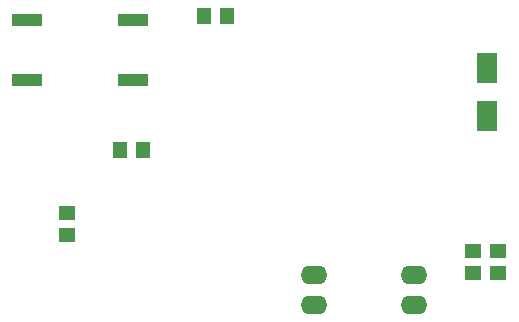
<source format=gbp>
G04*
G04 #@! TF.GenerationSoftware,Altium Limited,Altium Designer,23.2.1 (34)*
G04*
G04 Layer_Color=128*
%FSTAX44Y44*%
%MOMM*%
G71*
G04*
G04 #@! TF.SameCoordinates,595AB9ED-E738-4090-B1B9-C8C706B013A9*
G04*
G04*
G04 #@! TF.FilePolarity,Positive*
G04*
G01*
G75*
%ADD48R,1.2000X1.4000*%
%ADD49R,1.4000X1.2000*%
%ADD50R,1.7000X2.5000*%
%ADD51O,2.2500X1.6000*%
%ADD52R,2.5185X1.1168*%
D48*
X00144126Y00149252D02*
D03*
X00163126D02*
D03*
X00215334Y00262228D02*
D03*
X00234334D02*
D03*
D49*
X00464212Y00044588D02*
D03*
Y00063588D02*
D03*
X00443176Y000635D02*
D03*
Y000445D02*
D03*
X00099094Y00076816D02*
D03*
Y00095816D02*
D03*
D50*
X0045466Y0017812D02*
D03*
Y0021812D02*
D03*
D51*
X0030802Y0004318D02*
D03*
Y0001778D02*
D03*
X0039302D02*
D03*
Y0004318D02*
D03*
D52*
X00065512Y0025908D02*
D03*
Y0020828D02*
D03*
X00155468D02*
D03*
Y0025908D02*
D03*
M02*

</source>
